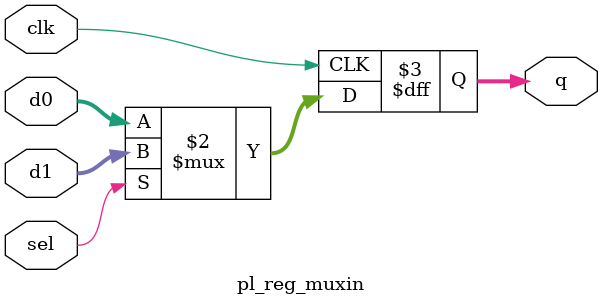
<source format=sv>
module pl_reg_muxin #(parameter W=4) (
    input clk, sel,
    input [W-1:0] d0, d1,
    output reg [W-1:0] q
);
always @(posedge clk)
    q <= sel ? d1 : d0;
endmodule
</source>
